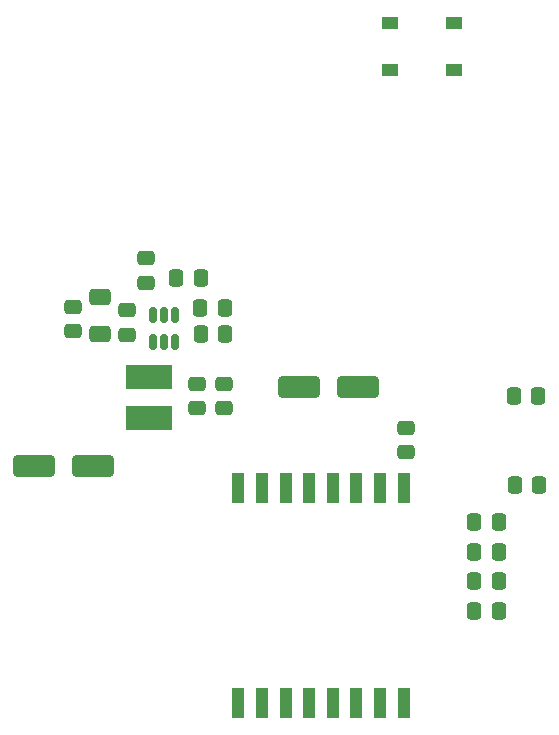
<source format=gbp>
%TF.GenerationSoftware,KiCad,Pcbnew,7.0.8*%
%TF.CreationDate,2024-01-29T20:53:27-05:00*%
%TF.ProjectId,lightlink,6c696768-746c-4696-9e6b-2e6b69636164,rev?*%
%TF.SameCoordinates,Original*%
%TF.FileFunction,Paste,Bot*%
%TF.FilePolarity,Positive*%
%FSLAX46Y46*%
G04 Gerber Fmt 4.6, Leading zero omitted, Abs format (unit mm)*
G04 Created by KiCad (PCBNEW 7.0.8) date 2024-01-29 20:53:27*
%MOMM*%
%LPD*%
G01*
G04 APERTURE LIST*
G04 Aperture macros list*
%AMRoundRect*
0 Rectangle with rounded corners*
0 $1 Rounding radius*
0 $2 $3 $4 $5 $6 $7 $8 $9 X,Y pos of 4 corners*
0 Add a 4 corners polygon primitive as box body*
4,1,4,$2,$3,$4,$5,$6,$7,$8,$9,$2,$3,0*
0 Add four circle primitives for the rounded corners*
1,1,$1+$1,$2,$3*
1,1,$1+$1,$4,$5*
1,1,$1+$1,$6,$7*
1,1,$1+$1,$8,$9*
0 Add four rect primitives between the rounded corners*
20,1,$1+$1,$2,$3,$4,$5,0*
20,1,$1+$1,$4,$5,$6,$7,0*
20,1,$1+$1,$6,$7,$8,$9,0*
20,1,$1+$1,$8,$9,$2,$3,0*%
G04 Aperture macros list end*
%ADD10RoundRect,0.250000X0.337500X0.475000X-0.337500X0.475000X-0.337500X-0.475000X0.337500X-0.475000X0*%
%ADD11RoundRect,0.250000X-0.475000X0.337500X-0.475000X-0.337500X0.475000X-0.337500X0.475000X0.337500X0*%
%ADD12R,1.000000X2.500000*%
%ADD13RoundRect,0.250000X0.475000X-0.337500X0.475000X0.337500X-0.475000X0.337500X-0.475000X-0.337500X0*%
%ADD14RoundRect,0.250000X0.650000X-0.412500X0.650000X0.412500X-0.650000X0.412500X-0.650000X-0.412500X0*%
%ADD15RoundRect,0.150000X0.150000X-0.512500X0.150000X0.512500X-0.150000X0.512500X-0.150000X-0.512500X0*%
%ADD16RoundRect,0.250000X-0.337500X-0.475000X0.337500X-0.475000X0.337500X0.475000X-0.337500X0.475000X0*%
%ADD17RoundRect,0.250000X1.500000X0.650000X-1.500000X0.650000X-1.500000X-0.650000X1.500000X-0.650000X0*%
%ADD18RoundRect,0.250000X-1.500000X-0.650000X1.500000X-0.650000X1.500000X0.650000X-1.500000X0.650000X0*%
%ADD19R,1.450000X1.000000*%
%ADD20R,4.000000X2.000000*%
G04 APERTURE END LIST*
D10*
%TO.C,C7*%
X130715000Y-102800000D03*
X128640000Y-102800000D03*
%TD*%
D11*
%TO.C,C17*%
X146000000Y-110712500D03*
X146000000Y-112787500D03*
%TD*%
D12*
%TO.C,U2*%
X131840000Y-115800000D03*
X133840000Y-115800000D03*
X135840000Y-115800000D03*
X137840000Y-115800000D03*
X139840000Y-115800000D03*
X141840000Y-115800000D03*
X143840000Y-115800000D03*
X145840000Y-115800000D03*
X145840000Y-134000000D03*
X143840000Y-134000000D03*
X141840000Y-134000000D03*
X139840000Y-134000000D03*
X137840000Y-134000000D03*
X135840000Y-134000000D03*
X133840000Y-134000000D03*
X131840000Y-134000000D03*
%TD*%
D13*
%TO.C,R15*%
X124040000Y-98437500D03*
X124040000Y-96362500D03*
%TD*%
D10*
%TO.C,R4*%
X153877500Y-123700000D03*
X151802500Y-123700000D03*
%TD*%
D14*
%TO.C,C5*%
X120140000Y-102762500D03*
X120140000Y-99637500D03*
%TD*%
D15*
%TO.C,U4*%
X126490000Y-103450000D03*
X125540000Y-103450000D03*
X124590000Y-103450000D03*
X124590000Y-101175000D03*
X125540000Y-101175000D03*
X126490000Y-101175000D03*
%TD*%
D13*
%TO.C,C10*%
X128340000Y-109087500D03*
X128340000Y-107012500D03*
%TD*%
D16*
%TO.C,R13*%
X128602500Y-100550000D03*
X130677500Y-100550000D03*
%TD*%
%TO.C,C16*%
X155240000Y-115600000D03*
X157315000Y-115600000D03*
%TD*%
D13*
%TO.C,C8*%
X130640000Y-109087500D03*
X130640000Y-107012500D03*
%TD*%
D17*
%TO.C,D3*%
X141940000Y-107250000D03*
X136940000Y-107250000D03*
%TD*%
D10*
%TO.C,R14*%
X128677500Y-98050000D03*
X126602500Y-98050000D03*
%TD*%
D18*
%TO.C,D6*%
X114540000Y-114000000D03*
X119540000Y-114000000D03*
%TD*%
D19*
%TO.C,D1*%
X150112500Y-80437500D03*
X150112500Y-76437500D03*
X144662500Y-80437500D03*
X144662500Y-76437500D03*
%TD*%
D20*
%TO.C,L2*%
X124240000Y-106400000D03*
X124240000Y-109900000D03*
%TD*%
D10*
%TO.C,R5*%
X153877500Y-121200000D03*
X151802500Y-121200000D03*
%TD*%
D13*
%TO.C,C6*%
X122440000Y-102837500D03*
X122440000Y-100762500D03*
%TD*%
D10*
%TO.C,R6*%
X153877500Y-118700000D03*
X151802500Y-118700000D03*
%TD*%
D16*
%TO.C,R12*%
X155165000Y-108000000D03*
X157240000Y-108000000D03*
%TD*%
D13*
%TO.C,R10*%
X117840000Y-102537500D03*
X117840000Y-100462500D03*
%TD*%
D10*
%TO.C,R3*%
X153877500Y-126200000D03*
X151802500Y-126200000D03*
%TD*%
M02*

</source>
